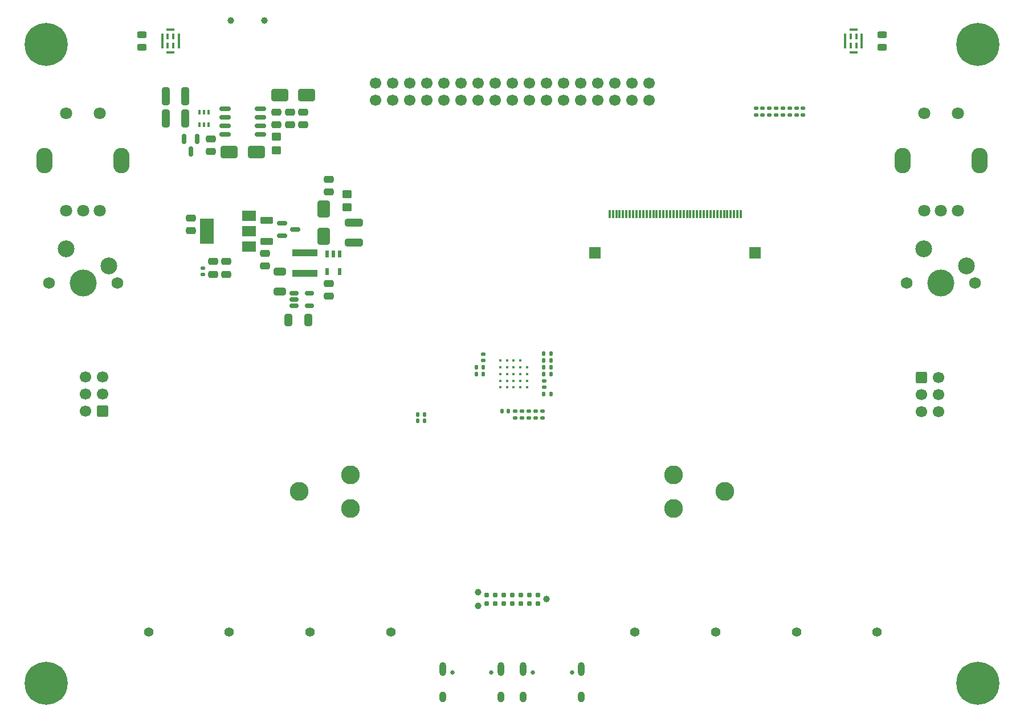
<source format=gbr>
%TF.GenerationSoftware,KiCad,Pcbnew,7.0.8*%
%TF.CreationDate,2023-12-20T15:13:01+01:00*%
%TF.ProjectId,KLST_PANDA,4b4c5354-5f50-4414-9e44-412e6b696361,rev?*%
%TF.SameCoordinates,Original*%
%TF.FileFunction,Soldermask,Bot*%
%TF.FilePolarity,Negative*%
%FSLAX46Y46*%
G04 Gerber Fmt 4.6, Leading zero omitted, Abs format (unit mm)*
G04 Created by KiCad (PCBNEW 7.0.8) date 2023-12-20 15:13:01*
%MOMM*%
%LPD*%
G01*
G04 APERTURE LIST*
G04 Aperture macros list*
%AMRoundRect*
0 Rectangle with rounded corners*
0 $1 Rounding radius*
0 $2 $3 $4 $5 $6 $7 $8 $9 X,Y pos of 4 corners*
0 Add a 4 corners polygon primitive as box body*
4,1,4,$2,$3,$4,$5,$6,$7,$8,$9,$2,$3,0*
0 Add four circle primitives for the rounded corners*
1,1,$1+$1,$2,$3*
1,1,$1+$1,$4,$5*
1,1,$1+$1,$6,$7*
1,1,$1+$1,$8,$9*
0 Add four rect primitives between the rounded corners*
20,1,$1+$1,$2,$3,$4,$5,0*
20,1,$1+$1,$4,$5,$6,$7,0*
20,1,$1+$1,$6,$7,$8,$9,0*
20,1,$1+$1,$8,$9,$2,$3,0*%
G04 Aperture macros list end*
%ADD10C,1.400000*%
%ADD11RoundRect,0.250000X-0.600000X-0.600000X0.600000X-0.600000X0.600000X0.600000X-0.600000X0.600000X0*%
%ADD12C,1.700000*%
%ADD13C,0.800000*%
%ADD14C,6.400000*%
%ADD15RoundRect,0.250000X0.600000X0.600000X-0.600000X0.600000X-0.600000X-0.600000X0.600000X-0.600000X0*%
%ADD16C,1.000000*%
%ADD17C,0.650000*%
%ADD18O,1.000000X2.100000*%
%ADD19O,1.000000X1.600000*%
%ADD20C,2.800000*%
%ADD21RoundRect,0.250000X-0.475000X0.250000X-0.475000X-0.250000X0.475000X-0.250000X0.475000X0.250000X0*%
%ADD22C,0.370000*%
%ADD23RoundRect,0.150000X-0.587500X-0.150000X0.587500X-0.150000X0.587500X0.150000X-0.587500X0.150000X0*%
%ADD24RoundRect,0.243750X-0.456250X0.243750X-0.456250X-0.243750X0.456250X-0.243750X0.456250X0.243750X0*%
%ADD25RoundRect,0.243750X0.456250X-0.243750X0.456250X0.243750X-0.456250X0.243750X-0.456250X-0.243750X0*%
%ADD26RoundRect,0.150000X-0.675000X-0.150000X0.675000X-0.150000X0.675000X0.150000X-0.675000X0.150000X0*%
%ADD27RoundRect,0.250000X0.475000X-0.250000X0.475000X0.250000X-0.475000X0.250000X-0.475000X-0.250000X0*%
%ADD28RoundRect,0.250000X0.325000X0.650000X-0.325000X0.650000X-0.325000X-0.650000X0.325000X-0.650000X0*%
%ADD29RoundRect,0.135000X0.135000X0.185000X-0.135000X0.185000X-0.135000X-0.185000X0.135000X-0.185000X0*%
%ADD30R,0.406400X0.939800*%
%ADD31R,0.355600X2.311400*%
%ADD32R,1.295400X0.355600*%
%ADD33RoundRect,0.135000X-0.185000X0.135000X-0.185000X-0.135000X0.185000X-0.135000X0.185000X0.135000X0*%
%ADD34RoundRect,0.250000X-1.000000X-0.650000X1.000000X-0.650000X1.000000X0.650000X-1.000000X0.650000X0*%
%ADD35RoundRect,0.250000X-0.650000X1.000000X-0.650000X-1.000000X0.650000X-1.000000X0.650000X1.000000X0*%
%ADD36R,0.550000X1.050000*%
%ADD37RoundRect,0.135000X-0.135000X-0.185000X0.135000X-0.185000X0.135000X0.185000X-0.135000X0.185000X0*%
%ADD38RoundRect,0.140000X0.170000X-0.140000X0.170000X0.140000X-0.170000X0.140000X-0.170000X-0.140000X0*%
%ADD39RoundRect,0.140000X-0.170000X0.140000X-0.170000X-0.140000X0.170000X-0.140000X0.170000X0.140000X0*%
%ADD40O,2.400000X3.800000*%
%ADD41C,1.800000*%
%ADD42C,0.990000*%
%ADD43C,0.787000*%
%ADD44R,0.300000X1.300000*%
%ADD45R,1.800000X1.800000*%
%ADD46RoundRect,0.140000X0.140000X0.170000X-0.140000X0.170000X-0.140000X-0.170000X0.140000X-0.170000X0*%
%ADD47RoundRect,0.147500X-0.172500X0.147500X-0.172500X-0.147500X0.172500X-0.147500X0.172500X0.147500X0*%
%ADD48RoundRect,0.135000X0.185000X-0.135000X0.185000X0.135000X-0.185000X0.135000X-0.185000X-0.135000X0*%
%ADD49C,1.750000*%
%ADD50C,4.000000*%
%ADD51C,2.500000*%
%ADD52RoundRect,0.250000X-0.312500X-1.075000X0.312500X-1.075000X0.312500X1.075000X-0.312500X1.075000X0*%
%ADD53RoundRect,0.250000X-1.075000X0.312500X-1.075000X-0.312500X1.075000X-0.312500X1.075000X0.312500X0*%
%ADD54RoundRect,0.250000X0.450000X-0.350000X0.450000X0.350000X-0.450000X0.350000X-0.450000X-0.350000X0*%
%ADD55R,3.700000X1.100000*%
%ADD56R,2.000000X1.500000*%
%ADD57R,2.000000X3.800000*%
%ADD58R,0.400000X0.650000*%
%ADD59RoundRect,0.150000X-0.512500X-0.150000X0.512500X-0.150000X0.512500X0.150000X-0.512500X0.150000X0*%
%ADD60RoundRect,0.250000X0.650000X-0.325000X0.650000X0.325000X-0.650000X0.325000X-0.650000X-0.325000X0*%
%ADD61RoundRect,0.150000X-0.150000X0.587500X-0.150000X-0.587500X0.150000X-0.587500X0.150000X0.587500X0*%
%ADD62RoundRect,0.250000X0.700000X-0.275000X0.700000X0.275000X-0.700000X0.275000X-0.700000X-0.275000X0*%
G04 APERTURE END LIST*
D10*
%TO.C,J16*%
X142500000Y-142400000D03*
%TD*%
%TO.C,J11*%
X82250000Y-142400000D03*
%TD*%
D11*
%TO.C,J5*%
X185100000Y-104500000D03*
D12*
X187640000Y-104500000D03*
X185100000Y-107040000D03*
X187640000Y-107040000D03*
X185100000Y-109580000D03*
X187640000Y-109580000D03*
%TD*%
D13*
%TO.C,H2*%
X191100000Y-55000000D03*
X191802944Y-53302944D03*
X191802944Y-56697056D03*
X193500000Y-52600000D03*
D14*
X193500000Y-55000000D03*
D13*
X193500000Y-57400000D03*
X195197056Y-53302944D03*
X195197056Y-56697056D03*
X195900000Y-55000000D03*
%TD*%
D10*
%TO.C,J19*%
X178500000Y-142400000D03*
%TD*%
%TO.C,J8*%
X106250000Y-142400000D03*
%TD*%
D15*
%TO.C,J6*%
X63400000Y-109500000D03*
D12*
X60860000Y-109500000D03*
X63400000Y-106960000D03*
X60860000Y-106960000D03*
X63400000Y-104420000D03*
X60860000Y-104420000D03*
%TD*%
D16*
%TO.C,SW3*%
X87500000Y-51463000D03*
X82500000Y-51463000D03*
%TD*%
D17*
%TO.C,J9*%
X127360000Y-148400000D03*
X133140000Y-148400000D03*
D18*
X125930000Y-147870000D03*
D19*
X125930000Y-152050000D03*
D18*
X134570000Y-147870000D03*
D19*
X134570000Y-152050000D03*
%TD*%
D10*
%TO.C,J7*%
X94250000Y-142400000D03*
%TD*%
D13*
%TO.C,H1*%
X52600000Y-55000000D03*
X53302944Y-53302944D03*
X53302944Y-56697056D03*
X55000000Y-52600000D03*
D14*
X55000000Y-55000000D03*
D13*
X55000000Y-57400000D03*
X56697056Y-53302944D03*
X56697056Y-56697056D03*
X57400000Y-55000000D03*
%TD*%
D17*
%TO.C,J10*%
X115360000Y-148400000D03*
X121140000Y-148400000D03*
D18*
X113930000Y-147870000D03*
D19*
X113930000Y-152050000D03*
D18*
X122570000Y-147870000D03*
D19*
X122570000Y-152050000D03*
%TD*%
D13*
%TO.C,H4*%
X191100000Y-150000000D03*
X191802944Y-148302944D03*
X191802944Y-151697056D03*
X193500000Y-147600000D03*
D14*
X193500000Y-150000000D03*
D13*
X193500000Y-152400000D03*
X195197056Y-148302944D03*
X195197056Y-151697056D03*
X195900000Y-150000000D03*
%TD*%
D10*
%TO.C,J17*%
X166500000Y-142400000D03*
%TD*%
%TO.C,J18*%
X154500000Y-142400000D03*
%TD*%
D12*
%TO.C,J13*%
X103930000Y-63290000D03*
X103930000Y-60750000D03*
X106470000Y-63290000D03*
X106470000Y-60750000D03*
X109010000Y-63290000D03*
X109010000Y-60750000D03*
X111550000Y-63290000D03*
X111550000Y-60750000D03*
X114090000Y-63290000D03*
X114090000Y-60750000D03*
X116630000Y-63290000D03*
X116630000Y-60750000D03*
X119170000Y-63290000D03*
X119170000Y-60750000D03*
X121710000Y-63290000D03*
X121710000Y-60750000D03*
X124250000Y-63290000D03*
X124250000Y-60750000D03*
X126790000Y-63290000D03*
X126790000Y-60750000D03*
X129330000Y-63290000D03*
X129330000Y-60750000D03*
X131870000Y-63290000D03*
X131870000Y-60750000D03*
X134410000Y-63290000D03*
X134410000Y-60750000D03*
X136950000Y-63290000D03*
X136950000Y-60750000D03*
X139490000Y-63290000D03*
X139490000Y-60750000D03*
X142030000Y-63290000D03*
X142030000Y-60750000D03*
X144570000Y-63290000D03*
X144570000Y-60750000D03*
%TD*%
D10*
%TO.C,J12*%
X70250000Y-142400000D03*
%TD*%
D13*
%TO.C,H3*%
X52600000Y-150000000D03*
X53302944Y-148302944D03*
X53302944Y-151697056D03*
X55000000Y-147600000D03*
D14*
X55000000Y-150000000D03*
D13*
X55000000Y-152400000D03*
X56697056Y-148302944D03*
X56697056Y-151697056D03*
X57400000Y-150000000D03*
%TD*%
D20*
%TO.C,J4*%
X155850000Y-121500000D03*
X148251000Y-124000000D03*
X148250000Y-119000000D03*
%TD*%
%TO.C,J3*%
X92650000Y-121500000D03*
X100249000Y-119000000D03*
X100250000Y-124000000D03*
%TD*%
D21*
%TO.C,C1*%
X87555000Y-86050000D03*
X87555000Y-87950000D03*
%TD*%
D22*
%TO.C,U12*%
X125500000Y-102000000D03*
X124500000Y-102000000D03*
X123500000Y-102000000D03*
X122500000Y-102000000D03*
X126500000Y-103000000D03*
X125500000Y-103000000D03*
X124500000Y-103000000D03*
X123500000Y-103000000D03*
X122500000Y-103000000D03*
X126500000Y-104000000D03*
X125500000Y-104000000D03*
X124500000Y-104000000D03*
X123500000Y-104000000D03*
X122500000Y-104000000D03*
X126500000Y-105000000D03*
X125500000Y-105000000D03*
X124500000Y-105000000D03*
X123500000Y-105000000D03*
X122500000Y-105000000D03*
X126500000Y-106000000D03*
X125500000Y-106000000D03*
X124500000Y-106000000D03*
X123500000Y-106000000D03*
X122500000Y-106000000D03*
%TD*%
D23*
%TO.C,Q1*%
X90117500Y-83450000D03*
X90117500Y-81550000D03*
X91992500Y-82500000D03*
%TD*%
D24*
%TO.C,D1*%
X179250000Y-53562500D03*
X179250000Y-55437500D03*
%TD*%
D25*
%TO.C,D2*%
X69250000Y-55437500D03*
X69250000Y-53562500D03*
%TD*%
D26*
%TO.C,U4*%
X81625000Y-68405000D03*
X81625000Y-67135000D03*
X81625000Y-65865000D03*
X81625000Y-64595000D03*
X86875000Y-64595000D03*
X86875000Y-65865000D03*
X86875000Y-67135000D03*
X86875000Y-68405000D03*
%TD*%
D27*
%TO.C,C31*%
X97000000Y-76950000D03*
X97000000Y-75050000D03*
%TD*%
D28*
%TO.C,C47*%
X94000000Y-95982483D03*
X91050000Y-95982483D03*
%TD*%
D29*
%TO.C,R60*%
X130010000Y-102000000D03*
X128990000Y-102000000D03*
%TD*%
D30*
%TO.C,U11*%
X73949999Y-53825000D03*
X73949999Y-55175000D03*
X73050001Y-55175000D03*
X73050001Y-53825000D03*
D31*
X74725000Y-54500000D03*
D32*
X73500000Y-56225000D03*
X73500000Y-52775000D03*
D31*
X72275000Y-54500000D03*
%TD*%
D30*
%TO.C,U10*%
X175449999Y-53825000D03*
X175449999Y-55175000D03*
X174550001Y-55175000D03*
X174550001Y-53825000D03*
D31*
X176225000Y-54500000D03*
D32*
X175000000Y-56225000D03*
X175000000Y-52775000D03*
D31*
X173775000Y-54500000D03*
%TD*%
D33*
%TO.C,R68*%
X124750000Y-109490000D03*
X124750000Y-110510000D03*
%TD*%
D34*
%TO.C,D7*%
X82250000Y-71000000D03*
X86250000Y-71000000D03*
%TD*%
D35*
%TO.C,D4*%
X96250000Y-79500000D03*
X96250000Y-83500000D03*
%TD*%
D33*
%TO.C,R17*%
X161500000Y-64490000D03*
X161500000Y-65510000D03*
%TD*%
D36*
%TO.C,U3*%
X96750000Y-86200000D03*
X97700000Y-86200000D03*
X98650000Y-86200000D03*
X98650000Y-88800000D03*
X96750000Y-88800000D03*
%TD*%
D37*
%TO.C,R65*%
X128990000Y-104000000D03*
X130010000Y-104000000D03*
%TD*%
D38*
%TO.C,C56*%
X129000000Y-105980000D03*
X129000000Y-105020000D03*
%TD*%
D37*
%TO.C,R64*%
X128990000Y-103000000D03*
X130010000Y-103000000D03*
%TD*%
D39*
%TO.C,C30*%
X160500000Y-64520000D03*
X160500000Y-65480000D03*
%TD*%
D37*
%TO.C,R63*%
X128990000Y-101000000D03*
X130010000Y-101000000D03*
%TD*%
D40*
%TO.C,SW5*%
X66200000Y-72250000D03*
X54800000Y-72250000D03*
D41*
X63000000Y-79750000D03*
X58000000Y-79750000D03*
X60500000Y-79750000D03*
X63000000Y-65250000D03*
X58000000Y-65250000D03*
%TD*%
D42*
%TO.C,J15*%
X129330000Y-137500000D03*
X119170000Y-138516000D03*
X119170000Y-136484000D03*
D43*
X128060000Y-138135000D03*
X126790000Y-138135000D03*
X125520000Y-138135000D03*
X124250000Y-138135000D03*
X122980000Y-138135000D03*
X121710000Y-138135000D03*
X120440000Y-138135000D03*
X120440000Y-136865000D03*
X121710000Y-136865000D03*
X122980000Y-136865000D03*
X124250000Y-136865000D03*
X125520000Y-136865000D03*
X126790000Y-136865000D03*
X128060000Y-136865000D03*
%TD*%
D27*
%TO.C,C3*%
X79805000Y-89200000D03*
X79805000Y-87300000D03*
%TD*%
D33*
%TO.C,R69*%
X128750000Y-109490000D03*
X128750000Y-110510000D03*
%TD*%
D44*
%TO.C,J2*%
X158250000Y-80250000D03*
X157750000Y-80250000D03*
X157250000Y-80250000D03*
X156750000Y-80250000D03*
X156250000Y-80250000D03*
X155750000Y-80250000D03*
X155250000Y-80250000D03*
X154750000Y-80250000D03*
X154250000Y-80250000D03*
X153750000Y-80250000D03*
X153250000Y-80250000D03*
X152750000Y-80250000D03*
X152250000Y-80250000D03*
X151750000Y-80250000D03*
X151250000Y-80250000D03*
X150750000Y-80250000D03*
X150250000Y-80250000D03*
X149750000Y-80250000D03*
X149250000Y-80250000D03*
X148750000Y-80250000D03*
X148250000Y-80250000D03*
X147750000Y-80250000D03*
X147250000Y-80250000D03*
X146750000Y-80250000D03*
X146250000Y-80250000D03*
X145750000Y-80250000D03*
X145250000Y-80250000D03*
X144750000Y-80250000D03*
X144250000Y-80250000D03*
X143750000Y-80250000D03*
X143250000Y-80250000D03*
X142750000Y-80250000D03*
X142250000Y-80250000D03*
X141750000Y-80250000D03*
X141250000Y-80250000D03*
X140750000Y-80250000D03*
X140250000Y-80250000D03*
X139750000Y-80250000D03*
X139250000Y-80250000D03*
X138750000Y-80250000D03*
D45*
X160400000Y-86000000D03*
X136600000Y-86000000D03*
%TD*%
D46*
%TO.C,C54*%
X123730000Y-109500000D03*
X122770000Y-109500000D03*
%TD*%
D33*
%TO.C,R71*%
X126750000Y-109490000D03*
X126750000Y-110510000D03*
%TD*%
D21*
%TO.C,C32*%
X97000000Y-90550000D03*
X97000000Y-92450000D03*
%TD*%
D40*
%TO.C,SW4*%
X193700000Y-72250000D03*
X182300000Y-72250000D03*
D41*
X190500000Y-79750000D03*
X185500000Y-79750000D03*
X188000000Y-79750000D03*
X190500000Y-65250000D03*
X185500000Y-65250000D03*
%TD*%
D38*
%TO.C,C29*%
X164500000Y-65480000D03*
X164500000Y-64520000D03*
%TD*%
D47*
%TO.C,L1*%
X78305000Y-88265000D03*
X78305000Y-89235000D03*
%TD*%
D46*
%TO.C,C7*%
X111230000Y-110000000D03*
X110270000Y-110000000D03*
%TD*%
D48*
%TO.C,R12*%
X167500000Y-65510000D03*
X167500000Y-64490000D03*
%TD*%
D33*
%TO.C,R14*%
X165500000Y-64490000D03*
X165500000Y-65510000D03*
%TD*%
D49*
%TO.C,SW8*%
X65580000Y-90500000D03*
D50*
X60500000Y-90500000D03*
D49*
X55420000Y-90500000D03*
D51*
X64310000Y-87960000D03*
X57960000Y-85420000D03*
%TD*%
D52*
%TO.C,R23*%
X72787500Y-62750000D03*
X75712500Y-62750000D03*
%TD*%
D46*
%TO.C,C5*%
X111230000Y-111000000D03*
X110270000Y-111000000D03*
%TD*%
D29*
%TO.C,R67*%
X120010000Y-103000000D03*
X118990000Y-103000000D03*
%TD*%
D21*
%TO.C,C35*%
X79500000Y-69050000D03*
X79500000Y-70950000D03*
%TD*%
%TO.C,C33*%
X89250000Y-65050000D03*
X89250000Y-66950000D03*
%TD*%
D53*
%TO.C,R19*%
X100750000Y-81537500D03*
X100750000Y-84462500D03*
%TD*%
D54*
%TO.C,R22*%
X89250000Y-70750000D03*
X89250000Y-68750000D03*
%TD*%
D55*
%TO.C,L2*%
X93500000Y-86000000D03*
X93500000Y-89000000D03*
%TD*%
D33*
%TO.C,R15*%
X163500000Y-64490000D03*
X163500000Y-65510000D03*
%TD*%
D34*
%TO.C,D8*%
X89750000Y-62500000D03*
X93750000Y-62500000D03*
%TD*%
D33*
%TO.C,R16*%
X162500000Y-64490000D03*
X162500000Y-65510000D03*
%TD*%
D56*
%TO.C,U1*%
X85205000Y-80450000D03*
X85205000Y-82750000D03*
D57*
X78905000Y-82750000D03*
D56*
X85205000Y-85050000D03*
%TD*%
D38*
%TO.C,C55*%
X120000000Y-101980000D03*
X120000000Y-101020000D03*
%TD*%
D58*
%TO.C,Q2*%
X79150000Y-66950000D03*
X78500000Y-66950000D03*
X77850000Y-66950000D03*
X77850000Y-65050000D03*
X78500000Y-65050000D03*
X79150000Y-65050000D03*
%TD*%
D27*
%TO.C,C4*%
X81805000Y-89200000D03*
X81805000Y-87300000D03*
%TD*%
D59*
%TO.C,U8*%
X91862500Y-93882483D03*
X91862500Y-92932483D03*
X91862500Y-91982483D03*
X94137500Y-91982483D03*
X94137500Y-93882483D03*
%TD*%
D49*
%TO.C,SW7*%
X193080000Y-90500000D03*
D50*
X188000000Y-90500000D03*
D49*
X182920000Y-90500000D03*
D51*
X191810000Y-87960000D03*
X185460000Y-85420000D03*
%TD*%
D33*
%TO.C,R70*%
X127750000Y-109490000D03*
X127750000Y-110510000D03*
%TD*%
D54*
%TO.C,R18*%
X99750000Y-79250000D03*
X99750000Y-77250000D03*
%TD*%
D21*
%TO.C,C36*%
X93250000Y-65050000D03*
X93250000Y-66950000D03*
%TD*%
D37*
%TO.C,R66*%
X128990000Y-107000000D03*
X130010000Y-107000000D03*
%TD*%
D48*
%TO.C,R62*%
X125750000Y-110510000D03*
X125750000Y-109490000D03*
%TD*%
D37*
%TO.C,R61*%
X118990000Y-104000000D03*
X120010000Y-104000000D03*
%TD*%
D60*
%TO.C,C48*%
X89750000Y-91707483D03*
X89750000Y-88757483D03*
%TD*%
D21*
%TO.C,C34*%
X91250000Y-65050000D03*
X91250000Y-66950000D03*
%TD*%
D61*
%TO.C,Q3*%
X75550000Y-69062500D03*
X77450000Y-69062500D03*
X76500000Y-70937500D03*
%TD*%
D33*
%TO.C,R13*%
X166500000Y-64490000D03*
X166500000Y-65510000D03*
%TD*%
D52*
%TO.C,R24*%
X72787500Y-66000000D03*
X75712500Y-66000000D03*
%TD*%
D62*
%TO.C,FB1*%
X87805000Y-84325000D03*
X87805000Y-81175000D03*
%TD*%
D27*
%TO.C,C2*%
X76555000Y-82700000D03*
X76555000Y-80800000D03*
%TD*%
M02*

</source>
